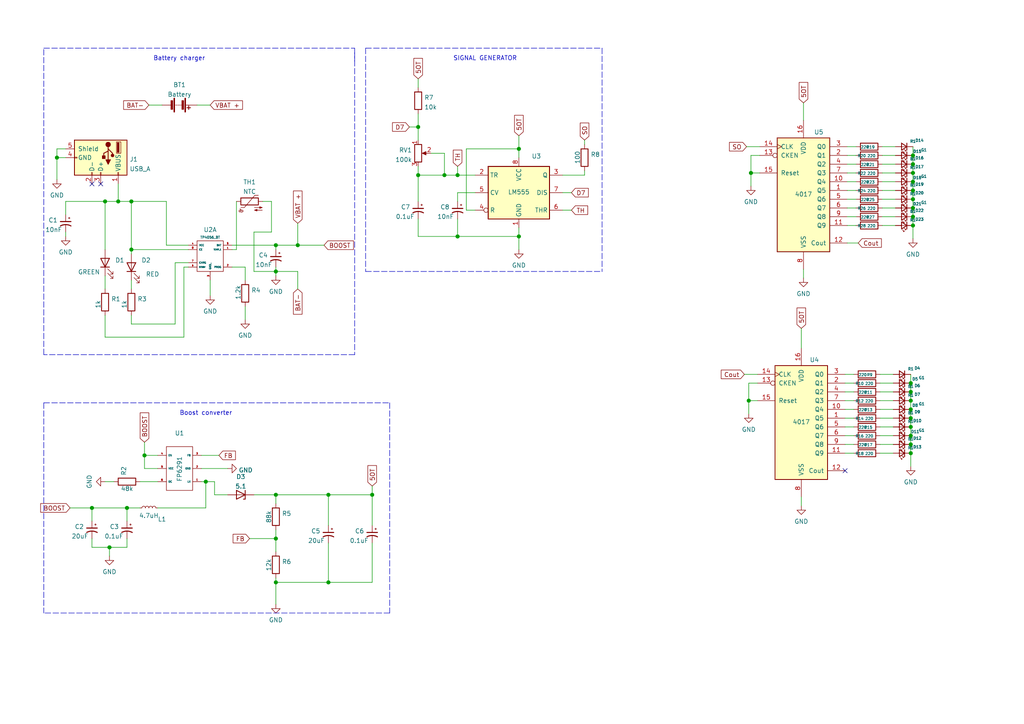
<source format=kicad_sch>
(kicad_sch (version 20210621) (generator eeschema)
  (paper "A4")
  (lib_symbols
    (symbol "4xxx:4017" (pin_names (offset 1.016))
      (property "Reference" "U" (at -7.62 16.51 0))
      (property "Value" "4017" (at -7.62 -19.05 0))
      (symbol "4017_1_0"
        (pin output line (at 12.7 0 180) (length 5.08) (name "Q5") (number "1"))
        (pin output line (at 12.7 2.54 180) (length 5.08) (name "Q4") (number "10"))
        (pin output line (at 12.7 -10.16 180) (length 5.08) (name "Q9") (number "11"))
        (pin output line (at 12.7 -15.24 180) (length 5.08) (name "Cout") (number "12"))
        (pin input inverted (at -12.7 10.16 0) (length 5.08) (name "CKEN") (number "13"))
        (pin input clock (at -12.7 12.7 0) (length 5.08) (name "CLK") (number "14"))
        (pin input line (at -12.7 5.08 0) (length 5.08) (name "Reset") (number "15"))
        (pin power_in line (at 0 20.32 270) (length 5.08) (name "VDD") (number "16"))
        (pin output line (at 12.7 10.16 180) (length 5.08) (name "Q1") (number "2"))
        (pin output line (at 12.7 12.7 180) (length 5.08) (name "Q0") (number "3"))
        (pin output line (at 12.7 7.62 180) (length 5.08) (name "Q2") (number "4"))
        (pin output line (at 12.7 -2.54 180) (length 5.08) (name "Q6") (number "5"))
        (pin output line (at 12.7 -5.08 180) (length 5.08) (name "Q7") (number "6"))
        (pin output line (at 12.7 5.08 180) (length 5.08) (name "Q3") (number "7"))
        (pin power_in line (at 0 -22.86 90) (length 5.08) (name "VSS") (number "8"))
        (pin output line (at 12.7 -7.62 180) (length 5.08) (name "Q8") (number "9"))
      )
    )
    (symbol "Connector:USB_A" (pin_names (offset 1.016))
      (property "Reference" "J" (at -5.08 11.43 0))
      (property "Value" "USB_A" (at -5.08 8.89 0))
      (symbol "USB_A_1_1"
        (pin power_in line (at 7.62 5.08 180) (length 2.54) (name "VBUS") (number "1"))
        (pin passive line (at 7.62 -2.54 180) (length 2.54) (name "D-") (number "2"))
        (pin passive line (at 7.62 0 180) (length 2.54) (name "D+") (number "3"))
        (pin power_in line (at 0 -10.16 90) (length 2.54) (name "GND") (number "4"))
        (pin passive line (at -2.54 -10.16 90) (length 2.54) (name "Shield") (number "5"))
      )
    )
    (symbol "Device:Battery" (pin_numbers hide) (pin_names (offset 0) hide)
      (property "Reference" "BT" (at 2.54 2.54 0))
      (property "Value" "Battery" (at 2.54 0 0))
      (symbol "Battery_1_1"
        (pin passive line (at 0 5.08 270) (length 2.54) (name "+") (number "1"))
        (pin passive line (at 0 -5.08 90) (length 2.54) (name "-") (number "2"))
      )
    )
    (symbol "Device:CP1_Small" (pin_numbers hide) (pin_names (offset 0.254) hide)
      (property "Reference" "C" (at 0.254 1.778 0))
      (property "Value" "CP1_Small" (at 0.254 -2.032 0))
      (symbol "CP1_Small_1_1"
        (pin passive line (at 0 2.54 270) (length 2.032) (name "~") (number "1"))
        (pin passive line (at 0 -2.54 90) (length 2.032) (name "~") (number "2"))
      )
    )
    (symbol "Device:D_Zener" (pin_numbers hide) (pin_names (offset 1.016) hide)
      (property "Reference" "D" (at 0 2.54 0))
      (property "Value" "D_Zener" (at 0 -2.54 0))
      (symbol "D_Zener_1_1"
        (pin passive line (at -3.81 0 0) (length 2.54) (name "K") (number "1"))
        (pin passive line (at 3.81 0 180) (length 2.54) (name "A") (number "2"))
      )
    )
    (symbol "Device:LED" (pin_numbers hide) (pin_names (offset 1.016) hide)
      (property "Reference" "D" (at 0 2.54 0))
      (property "Value" "LED" (at 0 -2.54 0))
      (symbol "LED_1_1"
        (pin passive line (at -3.81 0 0) (length 2.54) (name "K") (number "1"))
        (pin passive line (at 3.81 0 180) (length 2.54) (name "A") (number "2"))
      )
    )
    (symbol "Device:LED_Small" (pin_numbers hide) (pin_names (offset 0.254) hide)
      (property "Reference" "D" (at -1.27 3.175 0))
      (property "Value" "LED_Small" (at -4.445 -2.54 0))
      (symbol "LED_Small_1_1"
        (pin passive line (at -2.54 0 0) (length 1.778) (name "K") (number "1"))
        (pin passive line (at 2.54 0 180) (length 1.778) (name "A") (number "2"))
      )
    )
    (symbol "Device:L_Small" (pin_numbers hide) (pin_names (offset 0.254) hide)
      (property "Reference" "L" (at 0.762 1.016 0))
      (property "Value" "L_Small" (at 0.762 -1.016 0))
      (symbol "L_Small_1_1"
        (pin passive line (at 0 2.54 270) (length 0.508) (name "~") (number "1"))
        (pin passive line (at 0 -2.54 90) (length 0.508) (name "~") (number "2"))
      )
    )
    (symbol "Device:R" (pin_numbers hide) (pin_names (offset 0))
      (property "Reference" "R" (at 2.032 0 90))
      (property "Value" "R" (at 0 0 90))
      (symbol "R_1_1"
        (pin passive line (at 0 3.81 270) (length 1.27) (name "~") (number "1"))
        (pin passive line (at 0 -3.81 90) (length 1.27) (name "~") (number "2"))
      )
    )
    (symbol "Device:R_POT" (pin_names (offset 1.016) hide)
      (property "Reference" "RV" (at -4.445 0 90))
      (property "Value" "R_POT" (at -2.54 0 90))
      (symbol "R_POT_1_1"
        (pin passive line (at 0 3.81 270) (length 1.27) (name "1") (number "1"))
        (pin passive line (at 3.81 0 180) (length 1.27) (name "2") (number "2"))
        (pin passive line (at 0 -3.81 90) (length 1.27) (name "3") (number "3"))
      )
    )
    (symbol "Device:Thermistor_NTC" (pin_numbers hide) (pin_names (offset 0))
      (property "Reference" "TH" (at -4.445 0 90))
      (property "Value" "Thermistor_NTC" (at 3.175 0 90))
      (symbol "Thermistor_NTC_1_1"
        (pin passive line (at 0 3.81 270) (length 1.27) (name "~") (number "1"))
        (pin passive line (at 0 -3.81 90) (length 1.27) (name "~") (number "2"))
      )
    )
    (symbol "TP4056:FP6291"
      (property "Reference" "U" (at 0 7.62 0))
      (property "Value" "FP6291" (at 0 0 90))
      (symbol "FP6291_1_0"
        (pin output line (at 6.35 -3.81 180) (length 2.54) (name "LX") (number "1"))
        (pin output line (at 6.35 0 180) (length 2.54) (name "GND") (number "2"))
        (pin input line (at 6.35 3.81 180) (length 2.54) (name "FB") (number "3"))
        (pin input line (at -6.35 3.81 0) (length 2.54) (name "EN") (number "4"))
        (pin input line (at -6.35 0 0) (length 2.54) (name "VCC") (number "5"))
        (pin input line (at -6.35 -3.81 0) (length 2.54) (name "OC") (number "6"))
      )
    )
    (symbol "TP4056:TP4056_BT"
      (property "Reference" "U" (at 0 6.35 0))
      (property "Value" "TP4056_BT" (at 0 1.27 0))
      (symbol "TP4056_BT_1_0"
        (pin input line (at 6.35 -2.54 180) (length 2.54) (name "PROG") (number "2"))
        (pin output line (at 0 -6.35 90) (length 2.54) (name "GND_") (number "3"))
        (pin output line (at 6.35 3.81 180) (length 2.54) (name "BAT") (number "5"))
        (pin output line (at -6.35 -1.27 0) (length 2.54) (name "CHRG") (number "7"))
        (pin input line (at -6.35 2.54 0) (length 2.54) (name "CE") (number "8"))
      )
      (symbol "TP4056_BT_1_1"
        (pin input line (at 6.35 2.54 180) (length 2.54) (name "TEMP_1") (number "1"))
        (pin input line (at -6.35 3.81 0) (length 2.54) (name "VCC") (number "4"))
        (pin output line (at -6.35 -2.54 0) (length 2.54) (name "STDBY") (number "6"))
      )
      (symbol "TP4056_BT_2_0"
        (pin output line (at -6.35 -1.27 0) (length 2.54) (name "CHRG") (number "-UB"))
        (pin input line (at 6.35 -2.54 180) (length 2.54) (name "PROG") (number "2-UB"))
        (pin output line (at 0 -6.35 90) (length 2.54) (name "GND_") (number "3-UB"))
        (pin output line (at 6.35 3.81 180) (length 2.54) (name "BAT") (number "5-UB"))
        (pin input line (at -6.35 2.54 0) (length 2.54) (name "CE") (number "8-UB"))
      )
      (symbol "TP4056_BT_2_1"
        (pin output line (at -6.35 -2.54 0) (length 2.54) (name "STDBY") (number "-UB"))
        (pin input line (at 6.35 2.54 180) (length 2.54) (name "TEMP_1") (number "1-UB"))
        (pin input line (at -6.35 3.81 0) (length 2.54) (name "VCC") (number "4-UB"))
      )
      (symbol "TP4056_BT_3_0"
        (pin output line (at -6.35 -1.27 0) (length 2.54) (name "CHRG") (number "-UC"))
        (pin input line (at 6.35 -2.54 180) (length 2.54) (name "PROG") (number "2-UC"))
        (pin output line (at 0 -6.35 90) (length 2.54) (name "GND_") (number "3-UC"))
        (pin output line (at 6.35 3.81 180) (length 2.54) (name "BAT") (number "5-UC"))
        (pin input line (at -6.35 2.54 0) (length 2.54) (name "CE") (number "8-UC"))
      )
      (symbol "TP4056_BT_3_1"
        (pin output line (at -6.35 -2.54 0) (length 2.54) (name "STDBY") (number "-UC"))
        (pin input line (at 6.35 2.54 180) (length 2.54) (name "TEMP_1") (number "1-UC"))
        (pin input line (at -6.35 3.81 0) (length 2.54) (name "VCC") (number "4-UC"))
      )
      (symbol "TP4056_BT_4_0"
        (pin output line (at -6.35 -1.27 0) (length 2.54) (name "CHRG") (number "-UD"))
        (pin input line (at 6.35 -2.54 180) (length 2.54) (name "PROG") (number "2-UD"))
        (pin output line (at 0 -6.35 90) (length 2.54) (name "GND_") (number "3-UD"))
        (pin output line (at 6.35 3.81 180) (length 2.54) (name "BAT") (number "5-UD"))
        (pin input line (at -6.35 2.54 0) (length 2.54) (name "CE") (number "8-UD"))
      )
      (symbol "TP4056_BT_4_1"
        (pin output line (at -6.35 -2.54 0) (length 2.54) (name "STDBY") (number "-UD"))
        (pin input line (at 6.35 2.54 180) (length 2.54) (name "TEMP_1") (number "1-UD"))
        (pin input line (at -6.35 3.81 0) (length 2.54) (name "VCC") (number "4-UD"))
      )
      (symbol "TP4056_BT_5_0"
        (pin output line (at -6.35 -1.27 0) (length 2.54) (name "CHRG") (number "-UE"))
        (pin input line (at 6.35 -2.54 180) (length 2.54) (name "PROG") (number "2-UE"))
        (pin output line (at 0 -6.35 90) (length 2.54) (name "GND_") (number "3-UE"))
        (pin output line (at 6.35 3.81 180) (length 2.54) (name "BAT") (number "5-UE"))
        (pin input line (at -6.35 2.54 0) (length 2.54) (name "CE") (number "8-UE"))
      )
      (symbol "TP4056_BT_5_1"
        (pin output line (at -6.35 -2.54 0) (length 2.54) (name "STDBY") (number "-UE"))
        (pin input line (at 6.35 2.54 180) (length 2.54) (name "TEMP_1") (number "1-UE"))
        (pin input line (at -6.35 3.81 0) (length 2.54) (name "VCC") (number "4-UE"))
      )
      (symbol "TP4056_BT_6_0"
        (pin output line (at -6.35 -1.27 0) (length 2.54) (name "CHRG") (number "-UF"))
        (pin input line (at 6.35 -2.54 180) (length 2.54) (name "PROG") (number "2-UF"))
        (pin output line (at 0 -6.35 90) (length 2.54) (name "GND_") (number "3-UF"))
        (pin output line (at 6.35 3.81 180) (length 2.54) (name "BAT") (number "5-UF"))
        (pin input line (at -6.35 2.54 0) (length 2.54) (name "CE") (number "8-UF"))
      )
      (symbol "TP4056_BT_6_1"
        (pin output line (at -6.35 -2.54 0) (length 2.54) (name "STDBY") (number "-UF"))
        (pin input line (at 6.35 2.54 180) (length 2.54) (name "TEMP_1") (number "1-UF"))
        (pin input line (at -6.35 3.81 0) (length 2.54) (name "VCC") (number "4-UF"))
      )
      (symbol "TP4056_BT_7_0"
        (pin output line (at -6.35 -1.27 0) (length 2.54) (name "CHRG") (number "-UG"))
        (pin input line (at 6.35 -2.54 180) (length 2.54) (name "PROG") (number "2-UG"))
        (pin output line (at 0 -6.35 90) (length 2.54) (name "GND_") (number "3-UG"))
        (pin output line (at 6.35 3.81 180) (length 2.54) (name "BAT") (number "5-UG"))
        (pin input line (at -6.35 2.54 0) (length 2.54) (name "CE") (number "8-UG"))
      )
      (symbol "TP4056_BT_7_1"
        (pin output line (at -6.35 -2.54 0) (length 2.54) (name "STDBY") (number "-UG"))
        (pin input line (at 6.35 2.54 180) (length 2.54) (name "TEMP_1") (number "1-UG"))
        (pin input line (at -6.35 3.81 0) (length 2.54) (name "VCC") (number "4-UG"))
      )
      (symbol "TP4056_BT_8_0"
        (pin output line (at -6.35 -1.27 0) (length 2.54) (name "CHRG") (number "-UH"))
        (pin input line (at 6.35 -2.54 180) (length 2.54) (name "PROG") (number "2-UH"))
        (pin output line (at 0 -6.35 90) (length 2.54) (name "GND_") (number "3-UH"))
        (pin output line (at 6.35 3.81 180) (length 2.54) (name "BAT") (number "5-UH"))
        (pin input line (at -6.35 2.54 0) (length 2.54) (name "CE") (number "8-UH"))
      )
      (symbol "TP4056_BT_8_1"
        (pin output line (at -6.35 -2.54 0) (length 2.54) (name "STDBY") (number "-UH"))
        (pin input line (at 6.35 2.54 180) (length 2.54) (name "TEMP_1") (number "1-UH"))
        (pin input line (at -6.35 3.81 0) (length 2.54) (name "VCC") (number "4-UH"))
      )
    )
    (symbol "Timer:LM555xM"
      (property "Reference" "U" (at -10.16 8.89 0))
      (property "Value" "LM555xM" (at 2.54 8.89 0))
      (symbol "LM555xM_0_0"
        (pin power_in line (at 0 -10.16 90) (length 2.54) (name "GND") (number "1"))
        (pin power_in line (at 0 10.16 270) (length 2.54) (name "VCC") (number "8"))
      )
      (symbol "LM555xM_1_1"
        (pin input line (at -12.7 5.08 0) (length 3.81) (name "TR") (number "2"))
        (pin output line (at 12.7 5.08 180) (length 3.81) (name "Q") (number "3"))
        (pin input inverted (at -12.7 -5.08 0) (length 3.81) (name "R") (number "4"))
        (pin input line (at -12.7 0 0) (length 3.81) (name "CV") (number "5"))
        (pin input line (at 12.7 -5.08 180) (length 3.81) (name "THR") (number "6"))
        (pin input line (at 12.7 0 180) (length 3.81) (name "DIS") (number "7"))
      )
    )
    (symbol "power:GND" (power) (pin_names (offset 0))
      (property "Value" "GND" (at 0 -3.81 0))
      (symbol "GND_1_1"
        (pin power_in line (at 0 0 270) (length 0) hide (name "GND") (number "1"))
      )
    )
  )
  (junction (at 16.51 45.72) (diameter 1.016))
  (junction (at 26.67 147.32) (diameter 1.016))
  (junction (at 30.48 58.42) (diameter 1.016))
  (junction (at 31.75 158.75) (diameter 1.016))
  (junction (at 34.29 58.42) (diameter 1.016))
  (junction (at 36.83 147.32) (diameter 1.016))
  (junction (at 38.1 58.42) (diameter 1.016))
  (junction (at 38.1 72.39) (diameter 1.016))
  (junction (at 41.91 132.08) (diameter 1.016))
  (junction (at 59.69 139.7) (diameter 1.016))
  (junction (at 80.01 71.12) (diameter 1.016))
  (junction (at 80.01 78.74) (diameter 1.016))
  (junction (at 80.01 143.51) (diameter 1.016))
  (junction (at 80.01 156.21) (diameter 1.016))
  (junction (at 80.01 168.91) (diameter 1.016))
  (junction (at 86.36 71.12) (diameter 1.016))
  (junction (at 95.25 143.51) (diameter 1.016))
  (junction (at 95.25 168.91) (diameter 1.016))
  (junction (at 107.95 143.51) (diameter 1.016))
  (junction (at 121.285 36.83) (diameter 1.016))
  (junction (at 121.285 50.8) (diameter 1.016))
  (junction (at 128.905 50.8) (diameter 1.016))
  (junction (at 132.715 50.8) (diameter 1.016))
  (junction (at 132.715 68.58) (diameter 1.016))
  (junction (at 150.495 43.18) (diameter 1.016))
  (junction (at 150.495 68.58) (diameter 1.016))
  (junction (at 217.17 116.205) (diameter 1.016))
  (junction (at 217.805 50.165) (diameter 1.016))
  (junction (at 264.16 111.125) (diameter 1.016))
  (junction (at 264.16 113.665) (diameter 1.016))
  (junction (at 264.16 116.205) (diameter 1.016))
  (junction (at 264.16 118.745) (diameter 1.016))
  (junction (at 264.16 121.285) (diameter 1.016))
  (junction (at 264.16 123.825) (diameter 1.016))
  (junction (at 264.16 126.365) (diameter 1.016))
  (junction (at 264.16 128.905) (diameter 1.016))
  (junction (at 264.16 131.445) (diameter 1.016))
  (junction (at 264.795 45.085) (diameter 1.016))
  (junction (at 264.795 47.625) (diameter 1.016))
  (junction (at 264.795 50.165) (diameter 1.016))
  (junction (at 264.795 52.705) (diameter 1.016))
  (junction (at 264.795 55.245) (diameter 1.016))
  (junction (at 264.795 57.785) (diameter 1.016))
  (junction (at 264.795 60.325) (diameter 1.016))
  (junction (at 264.795 62.865) (diameter 1.016))
  (junction (at 264.795 65.405) (diameter 1.016))
  (no_connect (at 26.67 53.34))
  (no_connect (at 29.21 53.34))
  (no_connect (at 245.11 136.525))
  (wire (pts (xy 16.51 43.18) (xy 16.51 45.72)))
  (wire (pts (xy 16.51 45.72) (xy 16.51 52.07)))
  (wire (pts (xy 19.05 43.18) (xy 16.51 43.18)))
  (wire (pts (xy 19.05 45.72) (xy 16.51 45.72)))
  (wire (pts (xy 19.05 58.42) (xy 30.48 58.42)))
  (wire (pts (xy 19.05 62.23) (xy 19.05 58.42)))
  (wire (pts (xy 19.05 67.31) (xy 19.05 68.58)))
  (wire (pts (xy 26.67 147.32) (xy 20.32 147.32)))
  (wire (pts (xy 26.67 147.32) (xy 26.67 151.13)))
  (wire (pts (xy 26.67 158.75) (xy 26.67 156.21)))
  (wire (pts (xy 30.48 58.42) (xy 30.48 72.39)))
  (wire (pts (xy 30.48 58.42) (xy 34.29 58.42)))
  (wire (pts (xy 30.48 80.01) (xy 30.48 83.82)))
  (wire (pts (xy 30.48 97.79) (xy 30.48 91.44)))
  (wire (pts (xy 31.75 158.75) (xy 26.67 158.75)))
  (wire (pts (xy 31.75 158.75) (xy 31.75 161.29)))
  (wire (pts (xy 33.02 139.7) (xy 30.48 139.7)))
  (wire (pts (xy 34.29 53.34) (xy 34.29 58.42)))
  (wire (pts (xy 34.29 58.42) (xy 38.1 58.42)))
  (wire (pts (xy 36.83 147.32) (xy 26.67 147.32)))
  (wire (pts (xy 36.83 147.32) (xy 36.83 151.13)))
  (wire (pts (xy 36.83 156.21) (xy 36.83 158.75)))
  (wire (pts (xy 36.83 158.75) (xy 31.75 158.75)))
  (wire (pts (xy 38.1 58.42) (xy 38.1 72.39)))
  (wire (pts (xy 38.1 58.42) (xy 48.26 58.42)))
  (wire (pts (xy 38.1 72.39) (xy 38.1 73.66)))
  (wire (pts (xy 38.1 72.39) (xy 54.61 72.39)))
  (wire (pts (xy 38.1 81.28) (xy 38.1 83.82)))
  (wire (pts (xy 38.1 91.44) (xy 38.1 93.98)))
  (wire (pts (xy 38.1 93.98) (xy 50.8 93.98)))
  (wire (pts (xy 40.64 147.32) (xy 36.83 147.32)))
  (wire (pts (xy 41.91 132.08) (xy 41.91 128.27)))
  (wire (pts (xy 41.91 132.08) (xy 41.91 135.89)))
  (wire (pts (xy 41.91 135.89) (xy 45.72 135.89)))
  (wire (pts (xy 43.18 30.48) (xy 46.99 30.48)))
  (wire (pts (xy 45.72 132.08) (xy 41.91 132.08)))
  (wire (pts (xy 45.72 139.7) (xy 40.64 139.7)))
  (wire (pts (xy 45.72 147.32) (xy 59.69 147.32)))
  (wire (pts (xy 48.26 71.12) (xy 48.26 58.42)))
  (wire (pts (xy 50.8 76.2) (xy 50.8 93.98)))
  (wire (pts (xy 50.8 76.2) (xy 54.61 76.2)))
  (wire (pts (xy 53.34 77.47) (xy 53.34 97.79)))
  (wire (pts (xy 53.34 77.47) (xy 54.61 77.47)))
  (wire (pts (xy 53.34 97.79) (xy 30.48 97.79)))
  (wire (pts (xy 54.61 71.12) (xy 48.26 71.12)))
  (wire (pts (xy 57.15 30.48) (xy 60.96 30.48)))
  (wire (pts (xy 58.42 132.08) (xy 63.5 132.08)))
  (wire (pts (xy 58.42 135.89) (xy 66.04 135.89)))
  (wire (pts (xy 58.42 139.7) (xy 59.69 139.7)))
  (wire (pts (xy 59.69 147.32) (xy 59.69 139.7)))
  (wire (pts (xy 60.96 81.28) (xy 60.96 85.725)))
  (wire (pts (xy 62.23 139.7) (xy 59.69 139.7)))
  (wire (pts (xy 62.23 143.51) (xy 62.23 139.7)))
  (wire (pts (xy 66.04 143.51) (xy 62.23 143.51)))
  (wire (pts (xy 67.31 71.12) (xy 80.01 71.12)))
  (wire (pts (xy 67.31 72.39) (xy 68.58 72.39)))
  (wire (pts (xy 67.31 77.47) (xy 71.12 77.47)))
  (wire (pts (xy 68.58 58.42) (xy 68.58 72.39)))
  (wire (pts (xy 71.12 77.47) (xy 71.12 81.28)))
  (wire (pts (xy 71.12 88.9) (xy 71.12 92.71)))
  (wire (pts (xy 72.39 156.21) (xy 80.01 156.21)))
  (wire (pts (xy 73.66 67.31) (xy 73.66 78.74)))
  (wire (pts (xy 73.66 78.74) (xy 80.01 78.74)))
  (wire (pts (xy 73.66 143.51) (xy 80.01 143.51)))
  (wire (pts (xy 76.2 58.42) (xy 78.74 58.42)))
  (wire (pts (xy 78.74 58.42) (xy 78.74 67.31)))
  (wire (pts (xy 78.74 67.31) (xy 73.66 67.31)))
  (wire (pts (xy 80.01 71.12) (xy 80.01 72.39)))
  (wire (pts (xy 80.01 71.12) (xy 86.36 71.12)))
  (wire (pts (xy 80.01 77.47) (xy 80.01 78.74)))
  (wire (pts (xy 80.01 78.74) (xy 80.01 80.01)))
  (wire (pts (xy 80.01 78.74) (xy 86.36 78.74)))
  (wire (pts (xy 80.01 143.51) (xy 80.01 146.05)))
  (wire (pts (xy 80.01 153.67) (xy 80.01 156.21)))
  (wire (pts (xy 80.01 156.21) (xy 80.01 160.02)))
  (wire (pts (xy 80.01 167.64) (xy 80.01 168.91)))
  (wire (pts (xy 80.01 168.91) (xy 80.01 175.26)))
  (wire (pts (xy 86.36 64.77) (xy 86.36 71.12)))
  (wire (pts (xy 86.36 71.12) (xy 93.98 71.12)))
  (wire (pts (xy 86.36 83.82) (xy 86.36 78.74)))
  (wire (pts (xy 95.25 143.51) (xy 80.01 143.51)))
  (wire (pts (xy 95.25 152.4) (xy 95.25 143.51)))
  (wire (pts (xy 95.25 157.48) (xy 95.25 168.91)))
  (wire (pts (xy 95.25 168.91) (xy 80.01 168.91)))
  (wire (pts (xy 107.95 140.97) (xy 107.95 143.51)))
  (wire (pts (xy 107.95 143.51) (xy 95.25 143.51)))
  (wire (pts (xy 107.95 152.4) (xy 107.95 143.51)))
  (wire (pts (xy 107.95 157.48) (xy 107.95 168.91)))
  (wire (pts (xy 107.95 168.91) (xy 95.25 168.91)))
  (wire (pts (xy 118.745 36.83) (xy 121.285 36.83)))
  (wire (pts (xy 121.285 22.86) (xy 121.285 25.4)))
  (wire (pts (xy 121.285 33.02) (xy 121.285 36.83)))
  (wire (pts (xy 121.285 36.83) (xy 121.285 40.64)))
  (wire (pts (xy 121.285 48.26) (xy 121.285 50.8)))
  (wire (pts (xy 121.285 50.8) (xy 121.285 58.42)))
  (wire (pts (xy 121.285 50.8) (xy 128.905 50.8)))
  (wire (pts (xy 121.285 63.5) (xy 121.285 68.58)))
  (wire (pts (xy 121.285 68.58) (xy 132.715 68.58)))
  (wire (pts (xy 125.095 44.45) (xy 128.905 44.45)))
  (wire (pts (xy 128.905 44.45) (xy 128.905 50.8)))
  (wire (pts (xy 128.905 50.8) (xy 132.715 50.8)))
  (wire (pts (xy 132.715 48.26) (xy 132.715 50.8)))
  (wire (pts (xy 132.715 50.8) (xy 137.795 50.8)))
  (wire (pts (xy 132.715 55.88) (xy 137.795 55.88)))
  (wire (pts (xy 132.715 58.42) (xy 132.715 55.88)))
  (wire (pts (xy 132.715 63.5) (xy 132.715 68.58)))
  (wire (pts (xy 132.715 68.58) (xy 150.495 68.58)))
  (wire (pts (xy 135.255 43.18) (xy 150.495 43.18)))
  (wire (pts (xy 135.255 60.96) (xy 135.255 43.18)))
  (wire (pts (xy 137.795 60.96) (xy 135.255 60.96)))
  (wire (pts (xy 150.495 39.37) (xy 150.495 43.18)))
  (wire (pts (xy 150.495 43.18) (xy 150.495 45.72)))
  (wire (pts (xy 150.495 68.58) (xy 150.495 66.04)))
  (wire (pts (xy 150.495 68.58) (xy 150.495 72.39)))
  (wire (pts (xy 163.195 50.8) (xy 169.545 50.8)))
  (wire (pts (xy 163.195 55.88) (xy 165.735 55.88)))
  (wire (pts (xy 163.195 60.96) (xy 165.735 60.96)))
  (wire (pts (xy 169.545 40.64) (xy 169.545 41.91)))
  (wire (pts (xy 169.545 49.53) (xy 169.545 50.8)))
  (wire (pts (xy 215.9 108.585) (xy 219.71 108.585)))
  (wire (pts (xy 216.535 42.545) (xy 220.345 42.545)))
  (wire (pts (xy 217.17 111.125) (xy 217.17 116.205)))
  (wire (pts (xy 217.17 116.205) (xy 219.71 116.205)))
  (wire (pts (xy 217.17 120.015) (xy 217.17 116.205)))
  (wire (pts (xy 217.805 45.085) (xy 217.805 50.165)))
  (wire (pts (xy 217.805 50.165) (xy 220.345 50.165)))
  (wire (pts (xy 217.805 53.975) (xy 217.805 50.165)))
  (wire (pts (xy 219.71 111.125) (xy 217.17 111.125)))
  (wire (pts (xy 220.345 45.085) (xy 217.805 45.085)))
  (wire (pts (xy 232.41 95.25) (xy 232.41 100.965)))
  (wire (pts (xy 232.41 144.145) (xy 232.41 146.685)))
  (wire (pts (xy 233.045 29.845) (xy 233.045 34.925)))
  (wire (pts (xy 233.045 78.105) (xy 233.045 80.645)))
  (wire (pts (xy 245.11 108.585) (xy 247.65 108.585)))
  (wire (pts (xy 245.11 111.125) (xy 247.65 111.125)))
  (wire (pts (xy 245.11 113.665) (xy 247.65 113.665)))
  (wire (pts (xy 245.11 116.205) (xy 247.65 116.205)))
  (wire (pts (xy 245.11 118.745) (xy 247.65 118.745)))
  (wire (pts (xy 245.11 121.285) (xy 247.65 121.285)))
  (wire (pts (xy 245.11 123.825) (xy 247.65 123.825)))
  (wire (pts (xy 245.11 126.365) (xy 247.65 126.365)))
  (wire (pts (xy 245.11 128.905) (xy 247.65 128.905)))
  (wire (pts (xy 245.11 131.445) (xy 247.65 131.445)))
  (wire (pts (xy 245.745 42.545) (xy 248.285 42.545)))
  (wire (pts (xy 245.745 45.085) (xy 248.285 45.085)))
  (wire (pts (xy 245.745 47.625) (xy 248.285 47.625)))
  (wire (pts (xy 245.745 50.165) (xy 248.285 50.165)))
  (wire (pts (xy 245.745 52.705) (xy 248.285 52.705)))
  (wire (pts (xy 245.745 55.245) (xy 248.285 55.245)))
  (wire (pts (xy 245.745 57.785) (xy 248.285 57.785)))
  (wire (pts (xy 245.745 60.325) (xy 248.285 60.325)))
  (wire (pts (xy 245.745 62.865) (xy 248.285 62.865)))
  (wire (pts (xy 245.745 65.405) (xy 248.285 65.405)))
  (wire (pts (xy 245.745 70.485) (xy 248.92 70.485)))
  (wire (pts (xy 255.27 108.585) (xy 259.08 108.585)))
  (wire (pts (xy 255.27 111.125) (xy 259.08 111.125)))
  (wire (pts (xy 255.27 113.665) (xy 259.08 113.665)))
  (wire (pts (xy 255.27 116.205) (xy 259.08 116.205)))
  (wire (pts (xy 255.27 118.745) (xy 259.08 118.745)))
  (wire (pts (xy 255.27 121.285) (xy 259.08 121.285)))
  (wire (pts (xy 255.27 123.825) (xy 259.08 123.825)))
  (wire (pts (xy 255.27 126.365) (xy 259.08 126.365)))
  (wire (pts (xy 255.27 128.905) (xy 259.08 128.905)))
  (wire (pts (xy 255.27 131.445) (xy 259.08 131.445)))
  (wire (pts (xy 255.905 42.545) (xy 259.715 42.545)))
  (wire (pts (xy 255.905 45.085) (xy 259.715 45.085)))
  (wire (pts (xy 255.905 47.625) (xy 259.715 47.625)))
  (wire (pts (xy 255.905 50.165) (xy 259.715 50.165)))
  (wire (pts (xy 255.905 52.705) (xy 259.715 52.705)))
  (wire (pts (xy 255.905 55.245) (xy 259.715 55.245)))
  (wire (pts (xy 255.905 57.785) (xy 259.715 57.785)))
  (wire (pts (xy 255.905 60.325) (xy 259.715 60.325)))
  (wire (pts (xy 255.905 62.865) (xy 259.715 62.865)))
  (wire (pts (xy 255.905 65.405) (xy 259.715 65.405)))
  (wire (pts (xy 264.16 108.585) (xy 264.16 111.125)))
  (wire (pts (xy 264.16 111.125) (xy 264.16 113.665)))
  (wire (pts (xy 264.16 113.665) (xy 264.16 116.205)))
  (wire (pts (xy 264.16 116.205) (xy 264.16 118.745)))
  (wire (pts (xy 264.16 118.745) (xy 264.16 121.285)))
  (wire (pts (xy 264.16 121.285) (xy 264.16 123.825)))
  (wire (pts (xy 264.16 123.825) (xy 264.16 126.365)))
  (wire (pts (xy 264.16 126.365) (xy 264.16 128.905)))
  (wire (pts (xy 264.16 128.905) (xy 264.16 131.445)))
  (wire (pts (xy 264.16 131.445) (xy 264.16 135.255)))
  (wire (pts (xy 264.795 42.545) (xy 264.795 45.085)))
  (wire (pts (xy 264.795 45.085) (xy 264.795 47.625)))
  (wire (pts (xy 264.795 47.625) (xy 264.795 50.165)))
  (wire (pts (xy 264.795 50.165) (xy 264.795 52.705)))
  (wire (pts (xy 264.795 52.705) (xy 264.795 55.245)))
  (wire (pts (xy 264.795 55.245) (xy 264.795 57.785)))
  (wire (pts (xy 264.795 57.785) (xy 264.795 60.325)))
  (wire (pts (xy 264.795 60.325) (xy 264.795 62.865)))
  (wire (pts (xy 264.795 62.865) (xy 264.795 65.405)))
  (wire (pts (xy 264.795 65.405) (xy 264.795 69.215)))
  (polyline (pts (xy 12.7 13.97) (xy 102.87 13.97)) (stroke (width 0) (type dash)))
  (polyline (pts (xy 12.7 102.87) (xy 12.7 13.97)) (stroke (width 0) (type dash)))
  (polyline (pts (xy 12.7 116.84) (xy 12.7 177.8)) (stroke (width 0) (type dash)))
  (polyline (pts (xy 12.7 116.84) (xy 113.03 116.84)) (stroke (width 0) (type dash)))
  (polyline (pts (xy 102.87 13.97) (xy 102.87 17.78)) (stroke (width 0) (type dash)))
  (polyline (pts (xy 102.87 15.24) (xy 102.87 102.87)) (stroke (width 0) (type dash)))
  (polyline (pts (xy 102.87 102.87) (xy 12.7 102.87)) (stroke (width 0) (type dash)))
  (polyline (pts (xy 106.045 13.97) (xy 106.045 78.74)) (stroke (width 0) (type dash)))
  (polyline (pts (xy 106.045 13.97) (xy 174.625 13.97)) (stroke (width 0) (type dash)))
  (polyline (pts (xy 106.045 78.74) (xy 174.625 78.74)) (stroke (width 0) (type dash)))
  (polyline (pts (xy 113.03 116.84) (xy 113.03 177.8)) (stroke (width 0) (type dash)))
  (polyline (pts (xy 113.03 177.8) (xy 12.7 177.8)) (stroke (width 0) (type dash)))
  (polyline (pts (xy 174.625 13.97) (xy 174.625 78.74)) (stroke (width 0) (type dash)))
  (text "Battery charger " (at 44.45 17.78 0) (effects (font (size 1.27 1.27)) (justify left bottom)))
  (text "Boost converter \n" (at 52.07 120.65 0) (effects (font (size 1.27 1.27)) (justify left bottom)))
  (text "SIGNAL GENERATOR \n" (at 131.445 17.78 0) (effects (font (size 1.27 1.27)) (justify left bottom)))
  (global_label "BOOST" (shape input) (at 20.32 147.32 180) (property "Intersheet References" "${INTERSHEET_REFS}" (effects hide)))
  (global_label "BOOST" (shape input) (at 41.91 128.27 90) (property "Intersheet References" "${INTERSHEET_REFS}" (effects hide)))
  (global_label "BAT-" (shape input) (at 43.18 30.48 180) (property "Intersheet References" "${INTERSHEET_REFS}" (effects hide)))
  (global_label "VBAT +" (shape input) (at 60.96 30.48 0) (property "Intersheet References" "${INTERSHEET_REFS}" (effects hide)))
  (global_label "FB" (shape input) (at 63.5 132.08 0) (property "Intersheet References" "${INTERSHEET_REFS}" (effects hide)))
  (global_label "FB" (shape input) (at 72.39 156.21 180) (property "Intersheet References" "${INTERSHEET_REFS}" (effects hide)))
  (global_label "VBAT +" (shape input) (at 86.36 64.77 90) (property "Intersheet References" "${INTERSHEET_REFS}" (effects hide)))
  (global_label "BAT-" (shape input) (at 86.36 83.82 270) (property "Intersheet References" "${INTERSHEET_REFS}" (effects hide)))
  (global_label "BOOST" (shape input) (at 93.98 71.12 0) (property "Intersheet References" "${INTERSHEET_REFS}" (effects hide)))
  (global_label "5OT" (shape input) (at 107.95 140.97 90) (property "Intersheet References" "${INTERSHEET_REFS}" (effects hide)))
  (global_label "D7" (shape input) (at 118.745 36.83 180) (property "Intersheet References" "${INTERSHEET_REFS}" (effects hide)))
  (global_label "5OT" (shape input) (at 121.285 22.86 90) (property "Intersheet References" "${INTERSHEET_REFS}" (effects hide)))
  (global_label "TH" (shape input) (at 132.715 48.26 90) (property "Intersheet References" "${INTERSHEET_REFS}" (effects hide)))
  (global_label "5OT" (shape input) (at 150.495 39.37 90) (property "Intersheet References" "${INTERSHEET_REFS}" (effects hide)))
  (global_label "D7" (shape input) (at 165.735 55.88 0) (property "Intersheet References" "${INTERSHEET_REFS}" (effects hide)))
  (global_label "TH" (shape input) (at 165.735 60.96 0) (property "Intersheet References" "${INTERSHEET_REFS}" (effects hide)))
  (global_label "SO" (shape input) (at 169.545 40.64 90) (property "Intersheet References" "${INTERSHEET_REFS}" (effects hide)))
  (global_label "Cout" (shape input) (at 215.9 108.585 180) (property "Intersheet References" "${INTERSHEET_REFS}" (effects hide)))
  (global_label "SO" (shape input) (at 216.535 42.545 180) (property "Intersheet References" "${INTERSHEET_REFS}" (effects hide)))
  (global_label "5OT" (shape input) (at 232.41 95.25 90) (property "Intersheet References" "${INTERSHEET_REFS}" (effects hide)))
  (global_label "5OT" (shape input) (at 233.045 29.845 90) (property "Intersheet References" "${INTERSHEET_REFS}" (effects hide)))
  (global_label "Cout" (shape input) (at 248.92 70.485 0) (property "Intersheet References" "${INTERSHEET_REFS}" (effects hide)))
  (symbol (lib_id "Device:L_Small") (at 43.18 147.32 270) (mirror x) (unit 1)
    (property "Reference" "L1" (at 46.99 150.5924 90))
    (property "Value" "4.7uH" (at 43.18 149.5575 90))
    (property "Footprint" "Inductor_THT:L_Radial_D6.0mm_P4.00mm" (effects hide))
  )
  (symbol (lib_id "power:GND") (at 16.51 52.07 0) (unit 1)
    (property "Reference" "#PWR01" (effects hide))
    (property "Value" "GND" (at 16.51 56.6326 0))
  )
  (symbol (lib_id "power:GND") (at 19.05 68.58 0) (unit 1)
    (property "Reference" "#PWR02" (effects hide))
    (property "Value" "GND" (at 19.05 73.1426 0))
  )
  (symbol (lib_id "power:GND") (at 30.48 139.7 270) (unit 1)
    (property "Reference" "#PWR03" (effects hide))
    (property "Value" "GND" (at 25.9174 139.7 0))
  )
  (symbol (lib_id "power:GND") (at 31.75 161.29 0) (mirror y) (unit 1)
    (property "Reference" "#PWR04" (effects hide))
    (property "Value" "GND" (at 31.75 165.8526 0))
  )
  (symbol (lib_id "power:GND") (at 60.96 85.725 0) (unit 1)
    (property "Reference" "#PWR05" (effects hide))
    (property "Value" "GND" (at 60.96 90.2876 0))
  )
  (symbol (lib_id "power:GND") (at 66.04 135.89 90) (unit 1)
    (property "Reference" "#PWR06" (effects hide))
    (property "Value" "GND" (at 69.2151 136.369 90) (effects (justify right)))
  )
  (symbol (lib_id "power:GND") (at 71.12 92.71 0) (unit 1)
    (property "Reference" "#PWR07" (effects hide))
    (property "Value" "GND" (at 71.12 97.2726 0))
  )
  (symbol (lib_id "power:GND") (at 80.01 80.01 0) (unit 1)
    (property "Reference" "#PWR08" (effects hide))
    (property "Value" "GND" (at 80.01 84.5726 0))
  )
  (symbol (lib_id "power:GND") (at 80.01 175.26 0) (mirror y) (unit 1)
    (property "Reference" "#PWR09" (effects hide))
    (property "Value" "GND" (at 80.01 179.8226 0))
  )
  (symbol (lib_id "power:GND") (at 150.495 72.39 0) (unit 1)
    (property "Reference" "#PWR010" (effects hide))
    (property "Value" "GND" (at 150.495 76.9526 0))
  )
  (symbol (lib_id "power:GND") (at 217.17 120.015 0) (unit 1)
    (property "Reference" "#PWR011" (effects hide))
    (property "Value" "GND" (at 217.17 124.5776 0))
  )
  (symbol (lib_id "power:GND") (at 217.805 53.975 0) (unit 1)
    (property "Reference" "#PWR012" (effects hide))
    (property "Value" "GND" (at 217.805 58.5376 0))
  )
  (symbol (lib_id "power:GND") (at 232.41 146.685 0) (unit 1)
    (property "Reference" "#PWR013" (effects hide))
    (property "Value" "GND" (at 232.41 151.2476 0))
  )
  (symbol (lib_id "power:GND") (at 233.045 80.645 0) (unit 1)
    (property "Reference" "#PWR014" (effects hide))
    (property "Value" "GND" (at 233.045 85.2076 0))
  )
  (symbol (lib_id "power:GND") (at 264.16 135.255 0) (unit 1)
    (property "Reference" "#PWR015" (effects hide))
    (property "Value" "GND" (at 264.16 139.8176 0))
  )
  (symbol (lib_id "power:GND") (at 264.795 69.215 0) (unit 1)
    (property "Reference" "#PWR016" (effects hide))
    (property "Value" "GND" (at 264.795 73.7776 0))
  )
  (symbol (lib_id "Device:LED_Small") (at 261.62 108.585 180) (unit 1)
    (property "Reference" "D4" (at 266.065 106.7774 0) (effects (font (size 0.8 0.8))))
    (property "Value" "R1" (at 264.16 107.0125 0) (effects (font (size 0.8 0.8))))
    (property "Footprint" "LED_THT:LED_D3.0mm" (effects hide))
  )
  (symbol (lib_id "Device:LED_Small") (at 261.62 111.125 180) (unit 1)
    (property "Reference" "D5" (at 265.43 109.9524 0) (effects (font (size 0.8 0.8))))
    (property "Value" "G1" (at 267.335 109.5525 0) (effects (font (size 0.8 0.8))))
    (property "Footprint" "LED_THT:LED_D3.0mm_Clear" (effects hide))
  )
  (symbol (lib_id "Device:LED_Small") (at 261.62 113.665 180) (unit 1)
    (property "Reference" "D6" (at 266.065 111.8574 0) (effects (font (size 0.8 0.8))))
    (property "Value" "B1" (at 264.16 112.0925 0) (effects (font (size 0.8 0.8))))
    (property "Footprint" "LED_THT:LED_D3.0mm" (effects hide))
  )
  (symbol (lib_id "Device:LED_Small") (at 261.62 116.205 180) (unit 1)
    (property "Reference" "D7" (at 266.065 114.3974 0) (effects (font (size 0.8 0.8))))
    (property "Value" "R1" (at 264.16 114.6325 0) (effects (font (size 0.8 0.8))))
    (property "Footprint" "LED_THT:LED_D3.0mm" (effects hide))
  )
  (symbol (lib_id "Device:LED_Small") (at 261.62 118.745 180) (unit 1)
    (property "Reference" "D8" (at 265.43 117.5724 0) (effects (font (size 0.8 0.8))))
    (property "Value" "G1" (at 267.335 117.1725 0) (effects (font (size 0.8 0.8))))
    (property "Footprint" "LED_THT:LED_D3.0mm_Clear" (effects hide))
  )
  (symbol (lib_id "Device:LED_Small") (at 261.62 121.285 180) (unit 1)
    (property "Reference" "D9" (at 266.065 119.4774 0) (effects (font (size 0.8 0.8))))
    (property "Value" "B1" (at 264.16 119.7125 0) (effects (font (size 0.8 0.8))))
    (property "Footprint" "LED_THT:LED_D3.0mm" (effects hide))
  )
  (symbol (lib_id "Device:LED_Small") (at 261.62 123.825 180) (unit 1)
    (property "Reference" "D10" (at 266.065 122.0174 0) (effects (font (size 0.8 0.8))))
    (property "Value" "R1" (at 264.16 122.2525 0) (effects (font (size 0.8 0.8))))
    (property "Footprint" "LED_THT:LED_D3.0mm" (effects hide))
  )
  (symbol (lib_id "Device:LED_Small") (at 261.62 126.365 180) (unit 1)
    (property "Reference" "D11" (at 265.43 125.1924 0) (effects (font (size 0.8 0.8))))
    (property "Value" "G1" (at 267.335 124.7925 0) (effects (font (size 0.8 0.8))))
    (property "Footprint" "LED_THT:LED_D3.0mm_Clear" (effects hide))
  )
  (symbol (lib_id "Device:LED_Small") (at 261.62 128.905 180) (unit 1)
    (property "Reference" "D12" (at 266.065 127.0974 0) (effects (font (size 0.8 0.8))))
    (property "Value" "B1" (at 264.16 127.3325 0) (effects (font (size 0.8 0.8))))
    (property "Footprint" "LED_THT:LED_D3.0mm" (effects hide))
  )
  (symbol (lib_id "Device:LED_Small") (at 261.62 131.445 180) (unit 1)
    (property "Reference" "D13" (at 266.065 129.6374 0) (effects (font (size 0.8 0.8))))
    (property "Value" "R1" (at 264.16 129.8725 0) (effects (font (size 0.8 0.8))))
    (property "Footprint" "LED_THT:LED_D3.0mm" (effects hide))
  )
  (symbol (lib_id "Device:LED_Small") (at 262.255 42.545 180) (unit 1)
    (property "Reference" "D14" (at 266.7 40.7374 0) (effects (font (size 0.8 0.8))))
    (property "Value" "R1" (at 264.795 40.9725 0) (effects (font (size 0.8 0.8))))
    (property "Footprint" "LED_THT:LED_D3.0mm" (effects hide))
  )
  (symbol (lib_id "Device:LED_Small") (at 262.255 45.085 180) (unit 1)
    (property "Reference" "D15" (at 266.065 43.9124 0) (effects (font (size 0.8 0.8))))
    (property "Value" "G1" (at 267.97 43.5125 0) (effects (font (size 0.8 0.8))))
    (property "Footprint" "LED_THT:LED_D3.0mm_Clear" (effects hide))
  )
  (symbol (lib_id "Device:LED_Small") (at 262.255 47.625 180) (unit 1)
    (property "Reference" "D16" (at 266.7 45.8174 0) (effects (font (size 0.8 0.8))))
    (property "Value" "B1" (at 264.795 46.0525 0) (effects (font (size 0.8 0.8))))
    (property "Footprint" "LED_THT:LED_D3.0mm" (effects hide))
  )
  (symbol (lib_id "Device:LED_Small") (at 262.255 50.165 180) (unit 1)
    (property "Reference" "D17" (at 266.7 48.3574 0) (effects (font (size 0.8 0.8))))
    (property "Value" "R1" (at 264.795 48.5925 0) (effects (font (size 0.8 0.8))))
    (property "Footprint" "LED_THT:LED_D3.0mm" (effects hide))
  )
  (symbol (lib_id "Device:LED_Small") (at 262.255 52.705 180) (unit 1)
    (property "Reference" "D18" (at 266.065 51.5324 0) (effects (font (size 0.8 0.8))))
    (property "Value" "G1" (at 267.97 51.1325 0) (effects (font (size 0.8 0.8))))
    (property "Footprint" "LED_THT:LED_D3.0mm_Clear" (effects hide))
  )
  (symbol (lib_id "Device:LED_Small") (at 262.255 55.245 180) (unit 1)
    (property "Reference" "D19" (at 266.7 53.4374 0) (effects (font (size 0.8 0.8))))
    (property "Value" "B1" (at 264.795 53.6725 0) (effects (font (size 0.8 0.8))))
    (property "Footprint" "LED_THT:LED_D3.0mm" (effects hide))
  )
  (symbol (lib_id "Device:LED_Small") (at 262.255 57.785 180) (unit 1)
    (property "Reference" "D20" (at 266.7 55.9774 0) (effects (font (size 0.8 0.8))))
    (property "Value" "R1" (at 264.795 56.2125 0) (effects (font (size 0.8 0.8))))
    (property "Footprint" "LED_THT:LED_D3.0mm" (effects hide))
  )
  (symbol (lib_id "Device:LED_Small") (at 262.255 60.325 180) (unit 1)
    (property "Reference" "D21" (at 266.065 59.1524 0) (effects (font (size 0.8 0.8))))
    (property "Value" "G1" (at 267.97 58.7525 0) (effects (font (size 0.8 0.8))))
    (property "Footprint" "LED_THT:LED_D3.0mm_Clear" (effects hide))
  )
  (symbol (lib_id "Device:LED_Small") (at 262.255 62.865 180) (unit 1)
    (property "Reference" "D22" (at 266.7 61.0574 0) (effects (font (size 0.8 0.8))))
    (property "Value" "B1" (at 264.795 61.2925 0) (effects (font (size 0.8 0.8))))
    (property "Footprint" "LED_THT:LED_D3.0mm" (effects hide))
  )
  (symbol (lib_id "Device:LED_Small") (at 262.255 65.405 180) (unit 1)
    (property "Reference" "D23" (at 266.7 63.5974 0) (effects (font (size 0.8 0.8))))
    (property "Value" "R1" (at 264.795 63.8325 0) (effects (font (size 0.8 0.8))))
    (property "Footprint" "LED_THT:LED_D3.0mm" (effects hide))
  )
  (symbol (lib_id "Device:R") (at 30.48 87.63 0) (unit 1)
    (property "Reference" "R1" (at 32.2581 86.7215 0) (effects (justify left)))
    (property "Value" "1k" (at 28.4481 89.4966 90) (effects (justify left)))
    (property "Footprint" "Resistor_SMD:R_0805_2012Metric" (effects hide))
  )
  (symbol (lib_id "Device:R") (at 36.83 139.7 90) (unit 1)
    (property "Reference" "R2" (at 35.9215 137.9219 0) (effects (justify left)))
    (property "Value" "48k" (at 38.6966 141.7319 90) (effects (justify left)))
    (property "Footprint" "Resistor_SMD:R_0805_2012Metric" (effects hide))
  )
  (symbol (lib_id "Device:R") (at 38.1 87.63 0) (unit 1)
    (property "Reference" "R3" (at 39.8781 86.7215 0) (effects (justify left)))
    (property "Value" "1k" (at 36.0681 89.4966 90) (effects (justify left)))
    (property "Footprint" "Resistor_SMD:R_0805_2012Metric" (effects hide))
  )
  (symbol (lib_id "Device:R") (at 71.12 85.09 0) (unit 1)
    (property "Reference" "R4" (at 72.8981 84.1815 0) (effects (justify left)))
    (property "Value" "1.2k" (at 69.0881 86.9566 90) (effects (justify left)))
    (property "Footprint" "Resistor_SMD:R_0805_2012Metric" (effects hide))
  )
  (symbol (lib_id "Device:R") (at 80.01 149.86 0) (unit 1)
    (property "Reference" "R5" (at 81.7881 148.9515 0) (effects (justify left)))
    (property "Value" "88k" (at 77.9781 151.7266 90) (effects (justify left)))
    (property "Footprint" "Resistor_SMD:R_0805_2012Metric" (effects hide))
  )
  (symbol (lib_id "Device:R") (at 80.01 163.83 0) (unit 1)
    (property "Reference" "R6" (at 81.7881 162.9215 0) (effects (justify left)))
    (property "Value" "12k" (at 77.9781 165.6966 90) (effects (justify left)))
    (property "Footprint" "Resistor_SMD:R_0805_2012Metric" (effects hide))
  )
  (symbol (lib_id "Device:R") (at 121.285 29.21 0) (unit 1)
    (property "Reference" "R7" (at 123.0631 28.3015 0) (effects (justify left)))
    (property "Value" "10k" (at 123.0631 31.0766 0) (effects (justify left)))
    (property "Footprint" "Resistor_SMD:R_0603_1608Metric" (effects hide))
  )
  (symbol (lib_id "Device:R") (at 169.545 45.72 0) (unit 1)
    (property "Reference" "R8" (at 171.3231 44.8115 0) (effects (justify left)))
    (property "Value" "100" (at 167.5131 47.5866 90) (effects (justify left)))
    (property "Footprint" "Resistor_SMD:R_0805_2012Metric" (effects hide))
  )
  (symbol (lib_id "Device:R") (at 251.46 108.585 90) (unit 1)
    (property "Reference" "R9" (at 253.0915 108.7119 90) (effects (font (size 0.8 0.8)) (justify left)))
    (property "Value" "220" (at 251.4216 108.7119 90) (effects (font (size 0.8 0.8)) (justify left)))
    (property "Footprint" "Resistor_SMD:R_0805_2012Metric" (effects hide))
  )
  (symbol (lib_id "Device:R") (at 251.46 111.125 90) (unit 1)
    (property "Reference" "R10" (at 250.5515 111.2519 90) (effects (font (size 0.8 0.8)) (justify left)))
    (property "Value" "220" (at 253.3266 111.2519 90) (effects (font (size 0.8 0.8)) (justify left)))
    (property "Footprint" "Resistor_SMD:R_0805_2012Metric" (effects hide))
  )
  (symbol (lib_id "Device:R") (at 251.46 113.665 90) (unit 1)
    (property "Reference" "R11" (at 253.0915 113.7919 90) (effects (font (size 0.8 0.8)) (justify left)))
    (property "Value" "220" (at 251.4216 113.7919 90) (effects (font (size 0.8 0.8)) (justify left)))
    (property "Footprint" "Resistor_SMD:R_0805_2012Metric" (effects hide))
  )
  (symbol (lib_id "Device:R") (at 251.46 116.205 90) (unit 1)
    (property "Reference" "R12" (at 250.5515 116.3319 90) (effects (font (size 0.8 0.8)) (justify left)))
    (property "Value" "220" (at 253.3266 116.3319 90) (effects (font (size 0.8 0.8)) (justify left)))
    (property "Footprint" "Resistor_SMD:R_0805_2012Metric" (effects hide))
  )
  (symbol (lib_id "Device:R") (at 251.46 118.745 90) (unit 1)
    (property "Reference" "R13" (at 253.0915 118.8719 90) (effects (font (size 0.8 0.8)) (justify left)))
    (property "Value" "220" (at 251.4216 118.8719 90) (effects (font (size 0.8 0.8)) (justify left)))
    (property "Footprint" "Resistor_SMD:R_0805_2012Metric" (effects hide))
  )
  (symbol (lib_id "Device:R") (at 251.46 121.285 90) (unit 1)
    (property "Reference" "R14" (at 250.5515 121.4119 90) (effects (font (size 0.8 0.8)) (justify left)))
    (property "Value" "220" (at 253.3266 121.4119 90) (effects (font (size 0.8 0.8)) (justify left)))
    (property "Footprint" "Resistor_SMD:R_0805_2012Metric" (effects hide))
  )
  (symbol (lib_id "Device:R") (at 251.46 123.825 90) (unit 1)
    (property "Reference" "R15" (at 253.0915 123.9519 90) (effects (font (size 0.8 0.8)) (justify left)))
    (property "Value" "220" (at 251.4216 123.9519 90) (effects (font (size 0.8 0.8)) (justify left)))
    (property "Footprint" "Resistor_SMD:R_0805_2012Metric" (effects hide))
  )
  (symbol (lib_id "Device:R") (at 251.46 126.365 90) (unit 1)
    (property "Reference" "R16" (at 250.5515 126.4919 90) (effects (font (size 0.8 0.8)) (justify left)))
    (property "Value" "220" (at 253.3266 126.4919 90) (effects (font (size 0.8 0.8)) (justify left)))
    (property "Footprint" "Resistor_SMD:R_0805_2012Metric" (effects hide))
  )
  (symbol (lib_id "Device:R") (at 251.46 128.905 90) (unit 1)
    (property "Reference" "R17" (at 253.0915 129.0319 90) (effects (font (size 0.8 0.8)) (justify left)))
    (property "Value" "220" (at 251.4216 129.0319 90) (effects (font (size 0.8 0.8)) (justify left)))
    (property "Footprint" "Resistor_SMD:R_0805_2012Metric" (effects hide))
  )
  (symbol (lib_id "Device:R") (at 251.46 131.445 90) (unit 1)
    (property "Reference" "R18" (at 250.5515 131.5719 90) (effects (font (size 0.8 0.8)) (justify left)))
    (property "Value" "220" (at 253.3266 131.5719 90) (effects (font (size 0.8 0.8)) (justify left)))
    (property "Footprint" "Resistor_SMD:R_0805_2012Metric" (effects hide))
  )
  (symbol (lib_id "Device:R") (at 252.095 42.545 90) (unit 1)
    (property "Reference" "R19" (at 253.7265 42.6719 90) (effects (font (size 0.8 0.8)) (justify left)))
    (property "Value" "220" (at 252.0566 42.6719 90) (effects (font (size 0.8 0.8)) (justify left)))
    (property "Footprint" "Resistor_SMD:R_0805_2012Metric" (effects hide))
  )
  (symbol (lib_id "Device:R") (at 252.095 45.085 90) (unit 1)
    (property "Reference" "R20" (at 251.1865 45.2119 90) (effects (font (size 0.8 0.8)) (justify left)))
    (property "Value" "220" (at 253.9616 45.2119 90) (effects (font (size 0.8 0.8)) (justify left)))
    (property "Footprint" "Resistor_SMD:R_0805_2012Metric" (effects hide))
  )
  (symbol (lib_id "Device:R") (at 252.095 47.625 90) (unit 1)
    (property "Reference" "R21" (at 253.7265 47.7519 90) (effects (font (size 0.8 0.8)) (justify left)))
    (property "Value" "220" (at 252.0566 47.7519 90) (effects (font (size 0.8 0.8)) (justify left)))
    (property "Footprint" "Resistor_SMD:R_0805_2012Metric" (effects hide))
  )
  (symbol (lib_id "Device:R") (at 252.095 50.165 90) (unit 1)
    (property "Reference" "R22" (at 251.1865 50.2919 90) (effects (font (size 0.8 0.8)) (justify left)))
    (property "Value" "220" (at 253.9616 50.2919 90) (effects (font (size 0.8 0.8)) (justify left)))
    (property "Footprint" "Resistor_SMD:R_0805_2012Metric" (effects hide))
  )
  (symbol (lib_id "Device:R") (at 252.095 52.705 90) (unit 1)
    (property "Reference" "R23" (at 253.7265 52.8319 90) (effects (font (size 0.8 0.8)) (justify left)))
    (property "Value" "220" (at 252.0566 52.8319 90) (effects (font (size 0.8 0.8)) (justify left)))
    (property "Footprint" "Resistor_SMD:R_0805_2012Metric" (effects hide))
  )
  (symbol (lib_id "Device:R") (at 252.095 55.245 90) (unit 1)
    (property "Reference" "R24" (at 251.1865 55.3719 90) (effects (font (size 0.8 0.8)) (justify left)))
    (property "Value" "220" (at 253.9616 55.3719 90) (effects (font (size 0.8 0.8)) (justify left)))
    (property "Footprint" "Resistor_SMD:R_0805_2012Metric" (effects hide))
  )
  (symbol (lib_id "Device:R") (at 252.095 57.785 90) (unit 1)
    (property "Reference" "R25" (at 253.7265 57.9119 90) (effects (font (size 0.8 0.8)) (justify left)))
    (property "Value" "220" (at 252.0566 57.9119 90) (effects (font (size 0.8 0.8)) (justify left)))
    (property "Footprint" "Resistor_SMD:R_0805_2012Metric" (effects hide))
  )
  (symbol (lib_id "Device:R") (at 252.095 60.325 90) (unit 1)
    (property "Reference" "R26" (at 251.1865 60.4519 90) (effects (font (size 0.8 0.8)) (justify left)))
    (property "Value" "220" (at 253.9616 60.4519 90) (effects (font (size 0.8 0.8)) (justify left)))
    (property "Footprint" "Resistor_SMD:R_0805_2012Metric" (effects hide))
  )
  (symbol (lib_id "Device:R") (at 252.095 62.865 90) (unit 1)
    (property "Reference" "R27" (at 253.7265 62.9919 90) (effects (font (size 0.8 0.8)) (justify left)))
    (property "Value" "220" (at 252.0566 62.9919 90) (effects (font (size 0.8 0.8)) (justify left)))
    (property "Footprint" "Resistor_SMD:R_0805_2012Metric" (effects hide))
  )
  (symbol (lib_id "Device:R") (at 252.095 65.405 90) (unit 1)
    (property "Reference" "R28" (at 251.1865 65.5319 90) (effects (font (size 0.8 0.8)) (justify left)))
    (property "Value" "220" (at 253.9616 65.5319 90) (effects (font (size 0.8 0.8)) (justify left)))
    (property "Footprint" "Resistor_SMD:R_0805_2012Metric" (effects hide))
  )
  (symbol (lib_id "Device:CP1_Small") (at 19.05 64.77 0) (mirror y) (unit 1)
    (property "Reference" "C1" (at 16.7385 63.8615 0) (effects (justify left)))
    (property "Value" "10nF" (at 18.0085 66.6366 0) (effects (justify left)))
    (property "Footprint" "Capacitor_SMD:C_1206_3216Metric" (effects hide))
  )
  (symbol (lib_id "Device:CP1_Small") (at 26.67 153.67 0) (mirror y) (unit 1)
    (property "Reference" "C2" (at 24.3585 152.7615 0) (effects (justify left)))
    (property "Value" "20uF" (at 25.6285 155.5366 0) (effects (justify left)))
    (property "Footprint" "Capacitor_SMD:C_1206_3216Metric" (effects hide))
  )
  (symbol (lib_id "Device:CP1_Small") (at 36.83 153.67 0) (mirror y) (unit 1)
    (property "Reference" "C3" (at 34.5185 152.7615 0) (effects (justify left)))
    (property "Value" "0.1uF" (at 35.7885 155.5366 0) (effects (justify left)))
    (property "Footprint" "Capacitor_SMD:C_1206_3216Metric" (effects hide))
  )
  (symbol (lib_id "Device:CP1_Small") (at 80.01 74.93 0) (mirror y) (unit 1)
    (property "Reference" "C4" (at 77.6985 74.0215 0) (effects (justify left)))
    (property "Value" "10nF" (at 78.9685 76.7966 0) (effects (justify left)))
    (property "Footprint" "Capacitor_SMD:C_1206_3216Metric" (effects hide))
  )
  (symbol (lib_id "Device:CP1_Small") (at 95.25 154.94 0) (mirror y) (unit 1)
    (property "Reference" "C5" (at 92.9385 154.0315 0) (effects (justify left)))
    (property "Value" "20uF" (at 94.2085 156.8066 0) (effects (justify left)))
    (property "Footprint" "Capacitor_SMD:C_1206_3216Metric" (effects hide))
  )
  (symbol (lib_id "Device:CP1_Small") (at 107.95 154.94 0) (mirror y) (unit 1)
    (property "Reference" "C6" (at 105.6385 154.0315 0) (effects (justify left)))
    (property "Value" "0.1uF" (at 106.9085 156.8066 0) (effects (justify left)))
    (property "Footprint" "Capacitor_SMD:C_1206_3216Metric" (effects hide))
  )
  (symbol (lib_id "Device:CP1_Small") (at 121.285 60.96 0) (mirror y) (unit 1)
    (property "Reference" "C7" (at 118.9735 60.0515 0) (effects (justify left)))
    (property "Value" "0.1uF" (at 120.2435 62.8266 0) (effects (justify left)))
    (property "Footprint" "Capacitor_SMD:CP_Elec_4x5.7" (effects hide))
  )
  (symbol (lib_id "Device:CP1_Small") (at 132.715 60.96 0) (mirror y) (unit 1)
    (property "Reference" "C8" (at 130.4035 60.0515 0) (effects (justify left)))
    (property "Value" "10nF" (at 131.6735 62.8266 0) (effects (justify left)))
    (property "Footprint" "Capacitor_SMD:C_1206_3216Metric" (effects hide))
  )
  (symbol (lib_id "Device:D_Zener") (at 69.85 143.51 180) (unit 1)
    (property "Reference" "D3" (at 69.85 138.2734 0))
    (property "Value" "5.1" (at 69.85 141.0485 0))
    (property "Footprint" "Diode_THT:D_DO-34_SOD68_P7.62mm_Horizontal" (effects hide))
  )
  (symbol (lib_id "Device:LED") (at 30.48 76.2 90) (unit 1)
    (property "Reference" "D1" (at 33.4011 75.482 90) (effects (justify right)))
    (property "Value" "GREEN" (at 22.6061 78.8921 90) (effects (justify right)))
    (property "Footprint" "LED_SMD:LED_1806_4516Metric_Castellated" (effects hide))
  )
  (symbol (lib_id "Device:LED") (at 38.1 77.47 90) (unit 1)
    (property "Reference" "D2" (at 41.0211 75.482 90) (effects (justify right)))
    (property "Value" "RED" (at 42.2911 79.5271 90) (effects (justify right)))
    (property "Footprint" "LED_SMD:LED_1806_4516Metric_Castellated" (effects hide))
  )
  (symbol (lib_id "Device:Thermistor_NTC") (at 72.39 58.42 90) (unit 1)
    (property "Reference" "TH1" (at 72.39 52.8024 90))
    (property "Value" "NTC" (at 72.39 55.5775 90))
    (property "Footprint" "Connector_Dsub:DSUB-62-HD_Male_Horizontal_P2.41x1.98mm_EdgePinOffset9.40mm" (effects hide))
  )
  (symbol (lib_id "Device:Battery") (at 52.07 30.48 270) (unit 1)
    (property "Reference" "BT1" (at 52.07 24.6084 90))
    (property "Value" "Battery" (at 52.07 27.3835 90))
    (property "Footprint" "Battery:BatteryHolder_Keystone_2462_2xAA" (effects hide))
  )
  (symbol (lib_id "Device:R_POT") (at 121.285 44.45 0) (unit 1)
    (property "Reference" "RV1" (at 119.507 43.5415 0) (effects (justify right)))
    (property "Value" "100k" (at 119.507 46.3166 0) (effects (justify right)))
    (property "Footprint" "Potentiometer_THT:Potentiometer_Bourns_3299W_Vertical" (effects hide))
  )
  (symbol (lib_id "TP4056:TP4056_BT") (at 60.96 74.93 0) (unit 1)
    (property "Reference" "U2" (at 60.96 66.6358 0))
    (property "Value" "TP4056_BT" (at 60.96 68.8451 0) (effects (font (size 0.7 0.7))))
    (property "Footprint" "Package_SO:HSOP-8-1EP_3.9x4.9mm_P1.27mm_EP2.41x3.1mm" (effects hide))
  )
  (symbol (lib_id "TP4056:FP6291") (at 52.07 135.89 0) (unit 1)
    (property "Reference" "U1" (at 52.07 125.6242 0))
    (property "Value" "FP6291" (at 52.07 136.0193 90))
    (property "Footprint" "Package_TO_SOT_SMD:SOT-23-6" (effects hide))
  )
  (symbol (lib_id "Connector:USB_A") (at 29.21 45.72 270) (unit 1)
    (property "Reference" "J1" (at 37.5921 46.2085 90) (effects (justify left)))
    (property "Value" "USB_A" (at 37.5921 48.9836 90) (effects (justify left)))
    (property "Footprint" "Connector_USB:USB_Micro-B_Molex_47346-0001" (effects hide))
    (property "Datasheet" " ~" (effects hide))
  )
  (symbol (lib_id "Timer:LM555xM") (at 150.495 55.88 0) (unit 1)
    (property "Reference" "U3" (at 155.575 45.3094 0))
    (property "Value" "LM555" (at 150.495 55.7045 0))
    (property "Footprint" "Package_SO:SOIC-8_3.9x4.9mm_P1.27mm" (effects hide))
    (property "Datasheet" "http://www.ti.com/lit/ds/symlink/lm555.pdf" (effects hide))
  )
  (symbol (lib_id "4xxx:4017") (at 232.41 121.285 0) (unit 1)
    (property "Reference" "U4" (at 236.22 104.3644 0))
    (property "Value" "4017" (at 232.41 122.3795 0))
    (property "Footprint" "Package_DIP:DIP-16_W7.62mm" (effects hide))
    (property "Datasheet" "http://www.intersil.com/content/dam/Intersil/documents/cd40/cd4017bms-22bms.pdf" (effects hide))
  )
  (symbol (lib_id "4xxx:4017") (at 233.045 55.245 0) (unit 1)
    (property "Reference" "U5" (at 237.49 38.3244 0))
    (property "Value" "4017" (at 233.045 56.3395 0))
    (property "Footprint" "Package_DIP:DIP-16_W7.62mm" (effects hide))
    (property "Datasheet" "http://www.intersil.com/content/dam/Intersil/documents/cd40/cd4017bms-22bms.pdf" (effects hide))
  )
)
</source>
